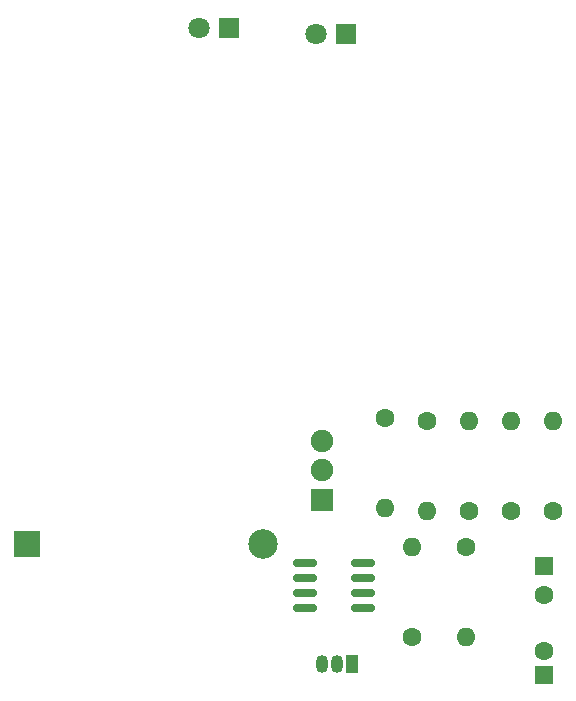
<source format=gts>
%TF.GenerationSoftware,KiCad,Pcbnew,(6.0.1)*%
%TF.CreationDate,2022-04-29T13:35:19+05:45*%
%TF.ProjectId,555_Badge,3535355f-4261-4646-9765-2e6b69636164,v01*%
%TF.SameCoordinates,Original*%
%TF.FileFunction,Soldermask,Top*%
%TF.FilePolarity,Negative*%
%FSLAX46Y46*%
G04 Gerber Fmt 4.6, Leading zero omitted, Abs format (unit mm)*
G04 Created by KiCad (PCBNEW (6.0.1)) date 2022-04-29 13:35:19*
%MOMM*%
%LPD*%
G01*
G04 APERTURE LIST*
G04 Aperture macros list*
%AMRoundRect*
0 Rectangle with rounded corners*
0 $1 Rounding radius*
0 $2 $3 $4 $5 $6 $7 $8 $9 X,Y pos of 4 corners*
0 Add a 4 corners polygon primitive as box body*
4,1,4,$2,$3,$4,$5,$6,$7,$8,$9,$2,$3,0*
0 Add four circle primitives for the rounded corners*
1,1,$1+$1,$2,$3*
1,1,$1+$1,$4,$5*
1,1,$1+$1,$6,$7*
1,1,$1+$1,$8,$9*
0 Add four rect primitives between the rounded corners*
20,1,$1+$1,$2,$3,$4,$5,0*
20,1,$1+$1,$4,$5,$6,$7,0*
20,1,$1+$1,$6,$7,$8,$9,0*
20,1,$1+$1,$8,$9,$2,$3,0*%
G04 Aperture macros list end*
%ADD10RoundRect,0.150000X-0.825000X-0.150000X0.825000X-0.150000X0.825000X0.150000X-0.825000X0.150000X0*%
%ADD11C,2.500000*%
%ADD12R,2.170000X2.170000*%
%ADD13C,1.900000*%
%ADD14R,1.900000X1.900000*%
%ADD15O,1.600000X1.600000*%
%ADD16C,1.600000*%
%ADD17R,1.050000X1.500000*%
%ADD18O,1.050000X1.500000*%
%ADD19C,1.800000*%
%ADD20R,1.800000X1.800000*%
%ADD21R,1.600000X1.600000*%
G04 APERTURE END LIST*
D10*
%TO.C,U1*%
X48833000Y-91059000D03*
X48833000Y-92329000D03*
X48833000Y-93599000D03*
X48833000Y-94869000D03*
X53783000Y-94869000D03*
X53783000Y-93599000D03*
X53783000Y-92329000D03*
X53783000Y-91059000D03*
%TD*%
D11*
%TO.C,BAT1*%
X45260300Y-89408000D03*
D12*
X25260300Y-89408000D03*
%TD*%
D13*
%TO.C,S1*%
X50292000Y-80692000D03*
X50292000Y-83192000D03*
D14*
X50292000Y-85692000D03*
%TD*%
D15*
%TO.C,R7*%
X69850000Y-78994000D03*
D16*
X69850000Y-86614000D03*
%TD*%
%TO.C,R6*%
X62484000Y-89662000D03*
D15*
X62484000Y-97282000D03*
%TD*%
%TO.C,R5*%
X66294000Y-78994000D03*
D16*
X66294000Y-86614000D03*
%TD*%
%TO.C,R4*%
X62738000Y-86614000D03*
D15*
X62738000Y-78994000D03*
%TD*%
D16*
%TO.C,R3*%
X57912000Y-97282000D03*
D15*
X57912000Y-89662000D03*
%TD*%
%TO.C,R2*%
X59182000Y-86614000D03*
D16*
X59182000Y-78994000D03*
%TD*%
%TO.C,R1*%
X55626000Y-78740000D03*
D15*
X55626000Y-86360000D03*
%TD*%
D17*
%TO.C,Q1*%
X52832000Y-99568000D03*
D18*
X51562000Y-99568000D03*
X50292000Y-99568000D03*
%TD*%
D19*
%TO.C,D2*%
X49784000Y-46228000D03*
D20*
X52324000Y-46228000D03*
%TD*%
%TO.C,D1*%
X42423000Y-45720000D03*
D19*
X39883000Y-45720000D03*
%TD*%
D16*
%TO.C,C2*%
X69088000Y-93773621D03*
D21*
X69088000Y-91273621D03*
%TD*%
%TO.C,C1*%
X69088000Y-100523112D03*
D16*
X69088000Y-98523112D03*
%TD*%
M02*

</source>
